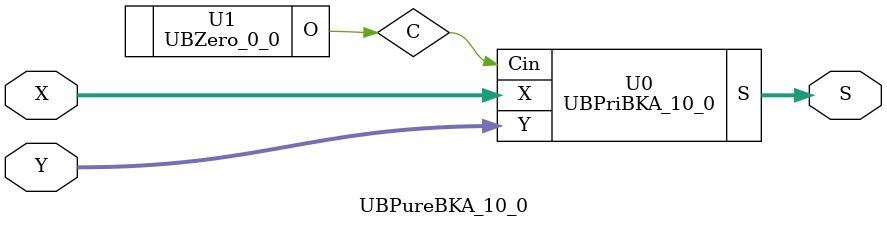
<source format=v>
/*----------------------------------------------------------------------------
  Copyright (c) 2021 Homma laboratory. All rights reserved.

  Top module: UBBKA_10_0_10_0

  Operand-1 length: 11
  Operand-2 length: 11
  Two-operand addition algorithm: Brent-Kung adder
----------------------------------------------------------------------------*/

module GPGenerator(Go, Po, A, B);
  output Go;
  output Po;
  input A;
  input B;
  assign Go = A & B;
  assign Po = A ^ B;
endmodule

module CarryOperator(Go, Po, Gi1, Pi1, Gi2, Pi2);
  output Go;
  output Po;
  input Gi1;
  input Gi2;
  input Pi1;
  input Pi2;
  assign Go = Gi1 | ( Gi2 & Pi1 );
  assign Po = Pi1 & Pi2;
endmodule

module UBPriBKA_10_0(S, X, Y, Cin);
  output [11:0] S;
  input Cin;
  input [10:0] X;
  input [10:0] Y;
  wire [10:0] G0;
  wire [10:0] G1;
  wire [10:0] G2;
  wire [10:0] G3;
  wire [10:0] G4;
  wire [10:0] G5;
  wire [10:0] G6;
  wire [10:0] P0;
  wire [10:0] P1;
  wire [10:0] P2;
  wire [10:0] P3;
  wire [10:0] P4;
  wire [10:0] P5;
  wire [10:0] P6;
  assign P1[0] = P0[0];
  assign G1[0] = G0[0];
  assign P1[2] = P0[2];
  assign G1[2] = G0[2];
  assign P1[4] = P0[4];
  assign G1[4] = G0[4];
  assign P1[6] = P0[6];
  assign G1[6] = G0[6];
  assign P1[8] = P0[8];
  assign G1[8] = G0[8];
  assign P1[10] = P0[10];
  assign G1[10] = G0[10];
  assign P2[0] = P1[0];
  assign G2[0] = G1[0];
  assign P2[1] = P1[1];
  assign G2[1] = G1[1];
  assign P2[2] = P1[2];
  assign G2[2] = G1[2];
  assign P2[4] = P1[4];
  assign G2[4] = G1[4];
  assign P2[5] = P1[5];
  assign G2[5] = G1[5];
  assign P2[6] = P1[6];
  assign G2[6] = G1[6];
  assign P2[8] = P1[8];
  assign G2[8] = G1[8];
  assign P2[9] = P1[9];
  assign G2[9] = G1[9];
  assign P2[10] = P1[10];
  assign G2[10] = G1[10];
  assign P3[0] = P2[0];
  assign G3[0] = G2[0];
  assign P3[1] = P2[1];
  assign G3[1] = G2[1];
  assign P3[2] = P2[2];
  assign G3[2] = G2[2];
  assign P3[3] = P2[3];
  assign G3[3] = G2[3];
  assign P3[4] = P2[4];
  assign G3[4] = G2[4];
  assign P3[5] = P2[5];
  assign G3[5] = G2[5];
  assign P3[6] = P2[6];
  assign G3[6] = G2[6];
  assign P3[8] = P2[8];
  assign G3[8] = G2[8];
  assign P3[9] = P2[9];
  assign G3[9] = G2[9];
  assign P3[10] = P2[10];
  assign G3[10] = G2[10];
  assign P4[0] = P3[0];
  assign G4[0] = G3[0];
  assign P4[1] = P3[1];
  assign G4[1] = G3[1];
  assign P4[2] = P3[2];
  assign G4[2] = G3[2];
  assign P4[3] = P3[3];
  assign G4[3] = G3[3];
  assign P4[4] = P3[4];
  assign G4[4] = G3[4];
  assign P4[5] = P3[5];
  assign G4[5] = G3[5];
  assign P4[6] = P3[6];
  assign G4[6] = G3[6];
  assign P4[7] = P3[7];
  assign G4[7] = G3[7];
  assign P4[8] = P3[8];
  assign G4[8] = G3[8];
  assign P4[9] = P3[9];
  assign G4[9] = G3[9];
  assign P4[10] = P3[10];
  assign G4[10] = G3[10];
  assign P5[0] = P4[0];
  assign G5[0] = G4[0];
  assign P5[1] = P4[1];
  assign G5[1] = G4[1];
  assign P5[2] = P4[2];
  assign G5[2] = G4[2];
  assign P5[3] = P4[3];
  assign G5[3] = G4[3];
  assign P5[4] = P4[4];
  assign G5[4] = G4[4];
  assign P5[6] = P4[6];
  assign G5[6] = G4[6];
  assign P5[7] = P4[7];
  assign G5[7] = G4[7];
  assign P5[8] = P4[8];
  assign G5[8] = G4[8];
  assign P5[10] = P4[10];
  assign G5[10] = G4[10];
  assign P6[0] = P5[0];
  assign G6[0] = G5[0];
  assign P6[1] = P5[1];
  assign G6[1] = G5[1];
  assign P6[3] = P5[3];
  assign G6[3] = G5[3];
  assign P6[5] = P5[5];
  assign G6[5] = G5[5];
  assign P6[7] = P5[7];
  assign G6[7] = G5[7];
  assign P6[9] = P5[9];
  assign G6[9] = G5[9];
  assign S[0] = Cin ^ P0[0];
  assign S[1] = ( G6[0] | ( P6[0] & Cin ) ) ^ P0[1];
  assign S[2] = ( G6[1] | ( P6[1] & Cin ) ) ^ P0[2];
  assign S[3] = ( G6[2] | ( P6[2] & Cin ) ) ^ P0[3];
  assign S[4] = ( G6[3] | ( P6[3] & Cin ) ) ^ P0[4];
  assign S[5] = ( G6[4] | ( P6[4] & Cin ) ) ^ P0[5];
  assign S[6] = ( G6[5] | ( P6[5] & Cin ) ) ^ P0[6];
  assign S[7] = ( G6[6] | ( P6[6] & Cin ) ) ^ P0[7];
  assign S[8] = ( G6[7] | ( P6[7] & Cin ) ) ^ P0[8];
  assign S[9] = ( G6[8] | ( P6[8] & Cin ) ) ^ P0[9];
  assign S[10] = ( G6[9] | ( P6[9] & Cin ) ) ^ P0[10];
  assign S[11] = G6[10] | ( P6[10] & Cin );
  GPGenerator U0 (G0[0], P0[0], X[0], Y[0]);
  GPGenerator U1 (G0[1], P0[1], X[1], Y[1]);
  GPGenerator U2 (G0[2], P0[2], X[2], Y[2]);
  GPGenerator U3 (G0[3], P0[3], X[3], Y[3]);
  GPGenerator U4 (G0[4], P0[4], X[4], Y[4]);
  GPGenerator U5 (G0[5], P0[5], X[5], Y[5]);
  GPGenerator U6 (G0[6], P0[6], X[6], Y[6]);
  GPGenerator U7 (G0[7], P0[7], X[7], Y[7]);
  GPGenerator U8 (G0[8], P0[8], X[8], Y[8]);
  GPGenerator U9 (G0[9], P0[9], X[9], Y[9]);
  GPGenerator U10 (G0[10], P0[10], X[10], Y[10]);
  CarryOperator U11 (G1[1], P1[1], G0[1], P0[1], G0[0], P0[0]);
  CarryOperator U12 (G1[3], P1[3], G0[3], P0[3], G0[2], P0[2]);
  CarryOperator U13 (G1[5], P1[5], G0[5], P0[5], G0[4], P0[4]);
  CarryOperator U14 (G1[7], P1[7], G0[7], P0[7], G0[6], P0[6]);
  CarryOperator U15 (G1[9], P1[9], G0[9], P0[9], G0[8], P0[8]);
  CarryOperator U16 (G2[3], P2[3], G1[3], P1[3], G1[1], P1[1]);
  CarryOperator U17 (G2[7], P2[7], G1[7], P1[7], G1[5], P1[5]);
  CarryOperator U18 (G3[7], P3[7], G2[7], P2[7], G2[3], P2[3]);
  CarryOperator U19 (G5[5], P5[5], G4[5], P4[5], G4[3], P4[3]);
  CarryOperator U20 (G5[9], P5[9], G4[9], P4[9], G4[7], P4[7]);
  CarryOperator U21 (G6[2], P6[2], G5[2], P5[2], G5[1], P5[1]);
  CarryOperator U22 (G6[4], P6[4], G5[4], P5[4], G5[3], P5[3]);
  CarryOperator U23 (G6[6], P6[6], G5[6], P5[6], G5[5], P5[5]);
  CarryOperator U24 (G6[8], P6[8], G5[8], P5[8], G5[7], P5[7]);
  CarryOperator U25 (G6[10], P6[10], G5[10], P5[10], G5[9], P5[9]);
endmodule

module UBZero_0_0(O);
  output [0:0] O;
  assign O[0] = 0;
endmodule

module UBBKA_10_0_10_0 (S, X, Y);
  output [11:0] S;
  input [10:0] X;
  input [10:0] Y;
  UBPureBKA_10_0 U0 (S[11:0], X[10:0], Y[10:0]);
endmodule

module UBPureBKA_10_0 (S, X, Y);
  output [11:0] S;
  input [10:0] X;
  input [10:0] Y;
  wire C;
  UBPriBKA_10_0 U0 (S, X, Y, C);
  UBZero_0_0 U1 (C);
endmodule


</source>
